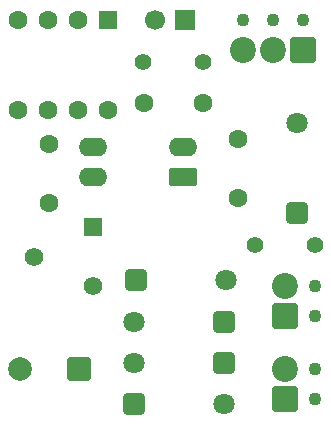
<source format=gbr>
%TF.GenerationSoftware,KiCad,Pcbnew,9.0.7*%
%TF.CreationDate,2026-02-13T16:37:28+01:00*%
%TF.ProjectId,Alpha2_GO_PWM,416c7068-6132-45f4-974f-5f50574d2e6b,rev?*%
%TF.SameCoordinates,Original*%
%TF.FileFunction,Soldermask,Bot*%
%TF.FilePolarity,Negative*%
%FSLAX46Y46*%
G04 Gerber Fmt 4.6, Leading zero omitted, Abs format (unit mm)*
G04 Created by KiCad (PCBNEW 9.0.7) date 2026-02-13 16:37:28*
%MOMM*%
%LPD*%
G01*
G04 APERTURE LIST*
G04 Aperture macros list*
%AMRoundRect*
0 Rectangle with rounded corners*
0 $1 Rounding radius*
0 $2 $3 $4 $5 $6 $7 $8 $9 X,Y pos of 4 corners*
0 Add a 4 corners polygon primitive as box body*
4,1,4,$2,$3,$4,$5,$6,$7,$8,$9,$2,$3,0*
0 Add four circle primitives for the rounded corners*
1,1,$1+$1,$2,$3*
1,1,$1+$1,$4,$5*
1,1,$1+$1,$6,$7*
1,1,$1+$1,$8,$9*
0 Add four rect primitives between the rounded corners*
20,1,$1+$1,$2,$3,$4,$5,0*
20,1,$1+$1,$4,$5,$6,$7,0*
20,1,$1+$1,$6,$7,$8,$9,0*
20,1,$1+$1,$8,$9,$2,$3,0*%
G04 Aperture macros list end*
%ADD10RoundRect,0.250000X0.750000X0.750000X-0.750000X0.750000X-0.750000X-0.750000X0.750000X-0.750000X0*%
%ADD11C,2.000000*%
%ADD12RoundRect,0.250000X0.950000X0.550000X-0.950000X0.550000X-0.950000X-0.550000X0.950000X-0.550000X0*%
%ADD13O,2.400000X1.600000*%
%ADD14RoundRect,0.250000X-0.550000X0.550000X-0.550000X-0.550000X0.550000X-0.550000X0.550000X0.550000X0*%
%ADD15C,1.600000*%
%ADD16R,1.560000X1.560000*%
%ADD17C,1.560000*%
%ADD18C,1.400000*%
%ADD19C,1.100000*%
%ADD20RoundRect,0.249999X0.850001X-0.850001X0.850001X0.850001X-0.850001X0.850001X-0.850001X-0.850001X0*%
%ADD21C,2.200000*%
%ADD22RoundRect,0.249999X0.850001X0.850001X-0.850001X0.850001X-0.850001X-0.850001X0.850001X-0.850001X0*%
%ADD23R,1.700000X1.700000*%
%ADD24C,1.700000*%
%ADD25RoundRect,0.250000X0.650000X0.650000X-0.650000X0.650000X-0.650000X-0.650000X0.650000X-0.650000X0*%
%ADD26C,1.800000*%
%ADD27RoundRect,0.250000X-0.650000X-0.650000X0.650000X-0.650000X0.650000X0.650000X-0.650000X0.650000X0*%
%ADD28RoundRect,0.250000X0.650000X-0.650000X0.650000X0.650000X-0.650000X0.650000X-0.650000X-0.650000X0*%
G04 APERTURE END LIST*
D10*
%TO.C,C1*%
X103500000Y-103500000D03*
D11*
X98500000Y-103500000D03*
%TD*%
D12*
%TO.C,U2*%
X112310000Y-87275000D03*
D13*
X112310000Y-84735000D03*
X104690000Y-84735000D03*
X104690000Y-87275000D03*
%TD*%
D14*
%TO.C,U1*%
X106000000Y-74000000D03*
D15*
X103460000Y-74000000D03*
X100920000Y-74000000D03*
X98380000Y-74000000D03*
X98380000Y-81620000D03*
X100920000Y-81620000D03*
X103460000Y-81620000D03*
X106000000Y-81620000D03*
%TD*%
D16*
%TO.C,RV1*%
X104740000Y-91500000D03*
D17*
X99740000Y-94000000D03*
X104740000Y-96500000D03*
%TD*%
D18*
%TO.C,R2*%
X118460000Y-93000000D03*
X123540000Y-93000000D03*
%TD*%
%TO.C,R1*%
X114040000Y-77500000D03*
X108960000Y-77500000D03*
%TD*%
D19*
%TO.C,J4*%
X123540000Y-99040000D03*
X123540000Y-96500000D03*
D20*
X121000000Y-99040000D03*
D21*
X121000000Y-96500000D03*
%TD*%
D19*
%TO.C,J3*%
X123540000Y-106040000D03*
X123540000Y-103500000D03*
D20*
X121000000Y-106040000D03*
D21*
X121000000Y-103500000D03*
%TD*%
D19*
%TO.C,J2*%
X122500000Y-73960000D03*
X119960000Y-73960000D03*
X117420000Y-73960000D03*
D22*
X122500000Y-76500000D03*
D21*
X119960000Y-76500000D03*
X117420000Y-76500000D03*
%TD*%
D23*
%TO.C,J1*%
X112500000Y-74000000D03*
D24*
X109960000Y-74000000D03*
%TD*%
D25*
%TO.C,D6*%
X115810000Y-103000000D03*
D26*
X108190000Y-103000000D03*
%TD*%
D25*
%TO.C,D5*%
X115810000Y-99500000D03*
D26*
X108190000Y-99500000D03*
%TD*%
D27*
%TO.C,D4*%
X108190000Y-106500000D03*
D26*
X115810000Y-106500000D03*
%TD*%
D27*
%TO.C,D3*%
X108380000Y-96000000D03*
D26*
X116000000Y-96000000D03*
%TD*%
D28*
%TO.C,D2*%
X122000000Y-90310000D03*
D26*
X122000000Y-82690000D03*
%TD*%
D15*
%TO.C,C4*%
X117000000Y-84000000D03*
X117000000Y-89000000D03*
%TD*%
%TO.C,C3*%
X101000000Y-84500000D03*
X101000000Y-89500000D03*
%TD*%
%TO.C,C2*%
X114000000Y-81000000D03*
X109000000Y-81000000D03*
%TD*%
M02*

</source>
